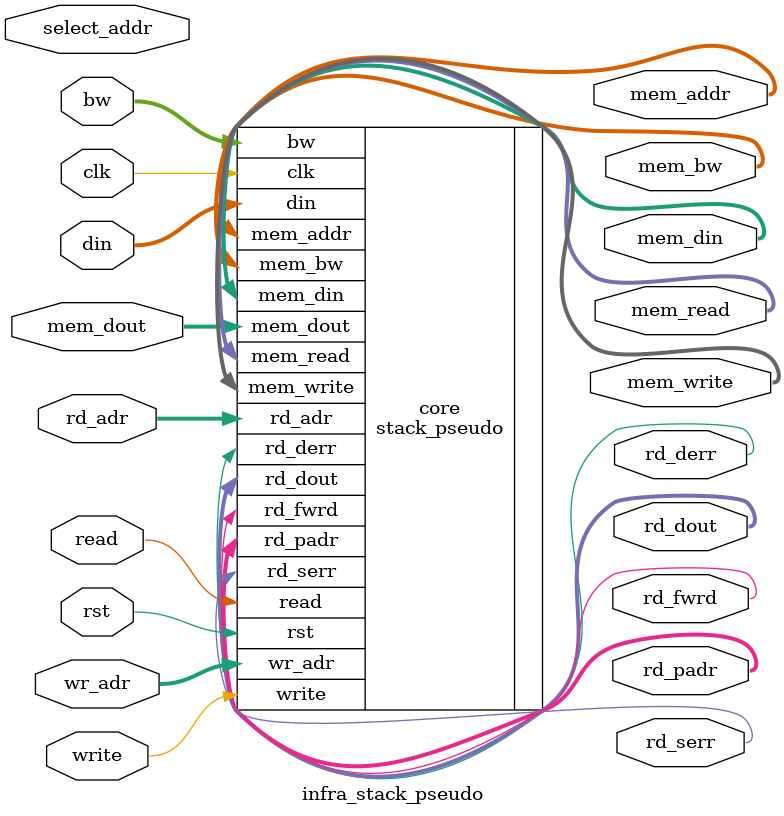
<source format=v>
module infra_stack_pseudo (write, wr_adr, bw, din, read, rd_adr, rd_dout, rd_fwrd, rd_serr, rd_derr, rd_padr,
	                   mem_read, mem_write, mem_addr, mem_bw, mem_din, mem_dout,
		           clk, rst,
		           select_addr);

  parameter WIDTH = 32;
  parameter NUMADDR = 1024;
  parameter BITADDR = 10;
  parameter NUMWBNK = 4;
  parameter BITWBNK = 2;
  parameter NUMWROW = 256;
  parameter BITWROW = 8;
  parameter SRAM_DELAY = 2;
  parameter FLOPCMD = 0;
  parameter FLOPMEM = 0;
  parameter FLOPOUT = 0;
  parameter RSTZERO = 0;

  input write;
  input [BITADDR-1:0] wr_adr;
  input [WIDTH-1:0] bw;
  input [WIDTH-1:0] din;

  input read;
  input [BITADDR-1:0] rd_adr;
  output [WIDTH-1:0] rd_dout;
  output rd_fwrd;
  output rd_serr;
  output rd_derr;
  output [BITWBNK+BITWROW-1:0] rd_padr;

  output [NUMWBNK-1:0] mem_read;
  output [NUMWBNK-1:0] mem_write;
  output [NUMWBNK*BITWROW-1:0] mem_addr;
  output [NUMWBNK*WIDTH-1:0] mem_bw;
  output [NUMWBNK*WIDTH-1:0] mem_din;
  input [NUMWBNK*WIDTH-1:0] mem_dout;

  input clk;
  input rst;

  input [BITADDR-1:0] select_addr;

  stack_pseudo #(.WIDTH (WIDTH), .NUMADDR (NUMADDR), .BITADDR (BITADDR),
                 .NUMWBNK (NUMWBNK), .BITWBNK (BITWBNK), .NUMWROW (NUMWROW), .BITWROW (BITWROW),
                 .SRAM_DELAY (SRAM_DELAY), .FLOPCMD (FLOPCMD), .FLOPMEM (FLOPMEM), .FLOPOUT (FLOPOUT))
    core (.write (write), .wr_adr (wr_adr), .bw (bw), .din (din),
          .read (read), .rd_adr (rd_adr), .rd_dout (rd_dout), .rd_fwrd (rd_fwrd), .rd_serr (rd_serr), .rd_derr (rd_derr), .rd_padr (rd_padr),
          .mem_read (mem_read), .mem_write (mem_write), .mem_addr (mem_addr), .mem_bw (mem_bw), .mem_din (mem_din), .mem_dout (mem_dout),
          .clk (clk), .rst (rst));

`ifdef FORMAL
assume_select_addr_range: assume property (@(posedge clk) disable iff (rst) (select_addr < NUMADDR));
assume_select_addr_stable: assume property (@(posedge clk) disable iff (rst) $stable(select_addr));

ip_top_sva_stack_pseudo #(
     .WIDTH       (WIDTH),
     .NUMADDR     (NUMADDR),
     .BITADDR     (BITADDR),
     .NUMWBNK     (NUMWBNK),
     .BITWBNK     (BITWBNK),
     .NUMWROW     (NUMWROW),
     .BITWROW     (BITWROW),
     .SRAM_DELAY  (SRAM_DELAY),
     .FLOPCMD     (FLOPCMD),
     .FLOPMEM     (FLOPMEM),
     .FLOPOUT     (FLOPOUT),
     .RSTZERO     (RSTZERO))
ip_top_sva (.*);

ip_top_sva_2_stack_pseudo #(
     .NUMADDR     (NUMADDR),
     .BITADDR     (BITADDR),
     .NUMWROW     (NUMWROW),
     .BITWROW     (BITWROW),
     .NUMWBNK     (NUMWBNK),
     .BITWBNK     (BITWBNK))
ip_top_sva_2 (.*);

`elsif SIM_SVA

genvar sva_int;
// generate for (sva_int=0; sva_int<WIDTH; sva_int=sva_int+1) begin
generate for (sva_int=0; sva_int<1; sva_int=sva_int+1) begin: sva_loop
  wire [BITADDR-1:0] help_addr = sva_int;
ip_top_sva_stack_pseudo #(
     .WIDTH       (WIDTH),
     .NUMADDR     (NUMADDR),
     .BITADDR     (BITADDR),
     .NUMWBNK     (NUMWBNK),
     .BITWBNK     (BITWBNK),
     .NUMWROW     (NUMWROW),
     .BITWROW     (BITWROW),
     .SRAM_DELAY  (SRAM_DELAY),
     .FLOPCMD     (FLOPCMD),
     .FLOPMEM     (FLOPMEM),
     .FLOPOUT     (FLOPOUT),
     .RSTZERO     (RSTZERO))
ip_top_sva (.select_addr(help_addr), .*);
end
endgenerate

ip_top_sva_2_stack_pseudo #(
     .NUMADDR     (NUMADDR),
     .BITADDR     (BITADDR),
     .NUMWROW     (NUMWROW),
     .BITWROW     (BITWROW),
     .NUMWBNK     (NUMWBNK),
     .BITWBNK     (BITWBNK))
ip_top_sva_2 (.*);

`endif

endmodule


</source>
